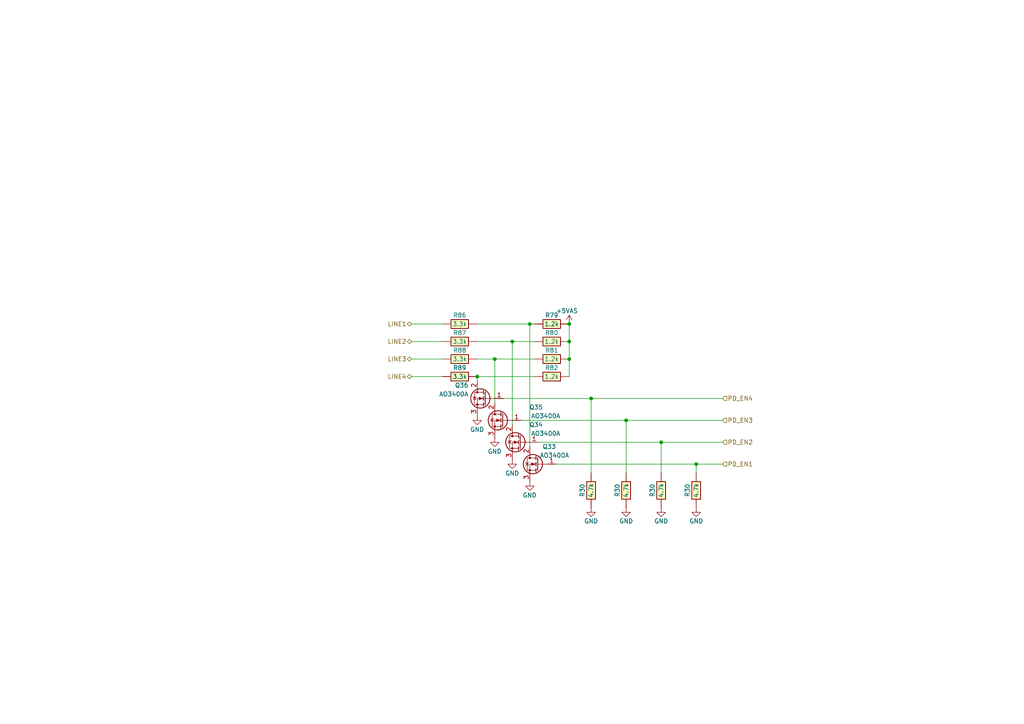
<source format=kicad_sch>
(kicad_sch (version 20230121) (generator eeschema)
  (paper "A4")
  (lib_symbols
    (symbol "alphax:+5VAS" (power) (pin_names (offset 0))
      (property "Value" "+5VAS" (at 2.8912 2.1493 90))
      (symbol "+5VAS_0_1"
        (polyline (pts (xy -0.762 1.27) (xy 0 2.54)))
        (polyline (pts (xy 0 0) (xy 0 2.54)))
        (polyline (pts (xy 0 2.54) (xy 0.762 1.27)))
      )
      (symbol "+5VAS_1_1"
        (pin power_in line (at 0 0 90) (length 0) hide (name "+5VAS") (number "1"))
      )
    )
    (symbol "hellen-one-common:MOSFET-N" (pin_names hide)
      (property "Reference" "Q" (at 5.08 6.35 0))
      (property "Value" "MOSFET-N" (at 2.54 3.81 0))
      (symbol "MOSFET-N_0_1"
        (polyline (pts (xy 0.254 0) (xy -2.54 0)))
        (polyline (pts (xy 0.254 1.905) (xy 0.254 -1.905)) (stroke (width 0.254)))
        (polyline (pts (xy 0.762 -1.27) (xy 0.762 -2.286)) (stroke (width 0.254)))
        (polyline (pts (xy 0.762 0.508) (xy 0.762 -0.508)) (stroke (width 0.254)))
        (polyline (pts (xy 0.762 2.286) (xy 0.762 1.27)) (stroke (width 0.254)))
        (polyline (pts (xy 2.54 2.54) (xy 2.54 1.778)))
        (polyline (pts (xy 2.54 -2.54) (xy 2.54 0) (xy 0.762 0)))
        (polyline (pts (xy 0.762 -1.778) (xy 3.302 -1.778) (xy 3.302 1.778) (xy 0.762 1.778)))
        (polyline (pts (xy 1.016 0) (xy 2.032 0.381) (xy 2.032 -0.381) (xy 1.016 0)) (fill (type outline)))
        (polyline (pts (xy 2.794 0.508) (xy 2.921 0.381) (xy 3.683 0.381) (xy 3.81 0.254)))
        (polyline (pts (xy 3.302 0.381) (xy 2.921 -0.254) (xy 3.683 -0.254) (xy 3.302 0.381)))
        (circle (center 1.651 0) (radius 2.794) (stroke (width 0.254)))
        (circle (center 2.54 -1.778) (radius 0.254) (fill (type outline)))
        (circle (center 2.54 1.778) (radius 0.254) (fill (type outline)))
      )
      (symbol "MOSFET-N_1_1"
        (pin input line (at -5.08 0 0) (length 2.54) (name "G") (number "1"))
        (pin passive line (at 2.54 5.08 270) (length 2.54) (name "D") (number "2"))
        (pin passive line (at 2.54 -5.08 90) (length 2.54) (name "S") (number "3"))
      )
    )
    (symbol "hellen-one-common:Res" (pin_numbers hide)
      (property "Reference" "R" (at 3.81 2.54 0))
      (property "Value" "Res" (at 5.08 -2.54 0))
      (symbol "Res_1_0"
        (rectangle (start 2.54 -1.27) (end 7.62 1.27) (stroke (width 0.254)) (fill (type background)))
        (pin passive line (at 0 0 0) (length 2.54) (name "") (number "1"))
        (pin passive line (at 10.16 0 180) (length 2.54) (name "") (number "2"))
      )
    )
    (symbol "power:GND" (power) (pin_names (offset 0))
      (property "Value" "GND" (at 0 -3.81 0))
      (symbol "GND_0_1"
        (polyline (pts (xy 0 0) (xy 0 -1.27) (xy 1.27 -1.27) (xy 0 -2.54) (xy -1.27 -1.27) (xy 0 -1.27)))
      )
      (symbol "GND_1_1"
        (pin power_in line (at 0 0 270) (length 0) hide (name "GND") (number "1"))
      )
    )
  )
  (junction (at 165.1 104.14))
  (junction (at 153.67 93.98))
  (junction (at 165.1 93.98))
  (junction (at 165.1 99.06))
  (junction (at 171.45 115.57))
  (junction (at 148.59 99.06))
  (junction (at 138.43 109.22))
  (junction (at 201.93 134.62))
  (junction (at 143.51 104.14))
  (junction (at 191.77 128.27))
  (junction (at 181.61 121.92))
  (wire (pts (xy 154.94 109.22) (xy 138.43 109.22)))
  (wire (pts (xy 181.61 121.92) (xy 209.55 121.92)))
  (wire (pts (xy 148.59 99.06) (xy 148.59 123.19)))
  (wire (pts (xy 154.94 93.98) (xy 153.67 93.98)))
  (wire (pts (xy 148.59 99.06) (xy 138.43 99.06)))
  (wire (pts (xy 156.21 128.27) (xy 191.77 128.27)))
  (wire (pts (xy 153.67 93.98) (xy 138.43 93.98)))
  (wire (pts (xy 151.13 121.92) (xy 181.61 121.92)))
  (wire (pts (xy 154.94 104.14) (xy 143.51 104.14)))
  (wire (pts (xy 201.93 134.62) (xy 209.55 134.62)))
  (wire (pts (xy 128.27 109.22) (xy 119.38 109.22)))
  (wire (pts (xy 165.1 93.98) (xy 165.1 99.06)))
  (wire (pts (xy 128.27 99.06) (xy 119.38 99.06)))
  (wire (pts (xy 165.1 99.06) (xy 165.1 104.14)))
  (wire (pts (xy 128.27 93.98) (xy 119.38 93.98)))
  (wire (pts (xy 146.05 115.57) (xy 171.45 115.57)))
  (wire (pts (xy 128.27 104.14) (xy 119.38 104.14)))
  (wire (pts (xy 143.51 104.14) (xy 143.51 116.84)))
  (wire (pts (xy 201.93 134.62) (xy 201.93 137.16)))
  (wire (pts (xy 138.43 109.22) (xy 138.43 110.49)))
  (wire (pts (xy 161.29 134.62) (xy 201.93 134.62)))
  (wire (pts (xy 181.61 121.92) (xy 181.61 137.16)))
  (wire (pts (xy 154.94 99.06) (xy 148.59 99.06)))
  (wire (pts (xy 143.51 104.14) (xy 138.43 104.14)))
  (wire (pts (xy 171.45 137.16) (xy 171.45 115.57)))
  (wire (pts (xy 153.67 93.98) (xy 153.67 129.54)))
  (wire (pts (xy 191.77 128.27) (xy 191.77 137.16)))
  (wire (pts (xy 171.45 115.57) (xy 209.55 115.57)))
  (wire (pts (xy 191.77 128.27) (xy 209.55 128.27)))
  (wire (pts (xy 165.1 104.14) (xy 165.1 109.22)))
  (hierarchical_label "PD_EN2" (shape input) (at 209.55 128.27 0))
  (hierarchical_label "PD_EN1" (shape input) (at 209.55 134.62 0))
  (hierarchical_label "PD_EN4" (shape input) (at 209.55 115.57 0))
  (hierarchical_label "LINE4" (shape bidirectional) (at 119.38 109.22 180))
  (hierarchical_label "LINE1" (shape bidirectional) (at 119.38 93.98 180))
  (hierarchical_label "PD_EN3" (shape input) (at 209.55 121.92 0))
  (hierarchical_label "LINE2" (shape bidirectional) (at 119.38 99.06 180))
  (hierarchical_label "LINE3" (shape bidirectional) (at 119.38 104.14 180))
  (symbol (lib_id "hellen-one-common:Res") (at 154.94 93.98 0) (mirror x) (unit 1)
    (property "Reference" "R79" (at 160.02 91.44 0))
    (property "Value" "1.2k" (at 160.02 93.98 0))
    (property "Footprint" "hellen-one-common:R0603" (effects hide))
    (property "LCSC" "C22765" (effects hide))
    (instances (project "alphax_4ch" (path "" (reference "R79") (unit 1)) (path "" (reference "R28") (unit 1))))
  )
  (symbol (lib_id "power:GND") (at 143.51 127 0) (mirror y) (unit 1)
    (property "Reference" "#PWR0134" (effects hide))
    (property "Value" "GND" (at 143.4592 130.9434 0))
    (instances (project "alphax_4ch" (path "" (reference "#PWR0134") (unit 1)) (path "" (reference "#PWR0153") (unit 1))))
  )
  (symbol (lib_id "hellen-one-common:Res") (at 171.45 137.16 270) (unit 1)
    (property "Reference" "R30" (at 168.91 142.24 0))
    (property "Value" "4.7k" (at 171.45 142.24 0))
    (property "Footprint" "hellen-one-common:R0603" (effects hide))
    (property "LCSC" "C23162" (effects hide))
    (instances (project "alphax_4ch" (path "" (reference "R30") (unit 1)) (path "" (reference "R101") (unit 1)) (path "" (reference "R105") (unit 1)) (path "" (reference "R109") (unit 1)) (path "" (reference "R27") (unit 1))))
  )
  (symbol (lib_id "hellen-one-common:MOSFET-N") (at 151.13 128.27 0) (mirror y) (unit 1)
    (property "Reference" "Q34" (at 157.48 123.19 0) (effects (justify left)))
    (property "Value" "AO3400A" (at 162.56 125.73 0) (effects (justify left)))
    (property "Footprint" "hellen-one-common:SOT-23" (effects hide))
    (property "LCSC" " C20917" (effects hide))
    (instances (project "alphax_4ch" (path "" (reference "Q34") (unit 1)) (path "" (reference "Q9") (unit 1))))
  )
  (symbol (lib_id "hellen-one-common:Res") (at 128.27 93.98 0) (mirror x) (unit 1)
    (property "Reference" "R86" (at 133.35 91.44 0))
    (property "Value" "3.3k" (at 133.35 93.98 0))
    (property "Footprint" "hellen-one-common:R0603" (effects hide))
    (property "LCSC" "C22978" (effects hide))
    (instances (project "alphax_4ch" (path "" (reference "R86") (unit 1)) (path "" (reference "R81") (unit 1))))
  )
  (symbol (lib_id "hellen-one-common:MOSFET-N") (at 156.21 134.62 0) (mirror y) (unit 1)
    (property "Reference" "Q33" (at 161.29 129.54 0) (effects (justify left)))
    (property "Value" "AO3400A" (at 165.1 132.08 0) (effects (justify left)))
    (property "Footprint" "hellen-one-common:SOT-23" (effects hide))
    (property "LCSC" " C20917" (effects hide))
    (instances (project "alphax_4ch" (path "" (reference "Q33") (unit 1)) (path "" (reference "Q8") (unit 1))))
  )
  (symbol (lib_id "hellen-one-common:MOSFET-N") (at 140.97 115.57 0) (mirror y) (unit 1)
    (property "Reference" "Q36" (at 135.89 111.76 0) (effects (justify left)))
    (property "Value" "AO3400A" (at 135.89 114.3 0) (effects (justify left)))
    (property "Footprint" "hellen-one-common:SOT-23" (effects hide))
    (property "LCSC" " C20917" (effects hide))
    (instances (project "alphax_4ch" (path "" (reference "Q36") (unit 1)) (path "" (reference "Q23") (unit 1))))
  )
  (symbol (lib_id "hellen-one-common:Res") (at 154.94 99.06 0) (mirror x) (unit 1)
    (property "Reference" "R80" (at 160.02 96.52 0))
    (property "Value" "1.2k" (at 160.02 99.06 0))
    (property "Footprint" "hellen-one-common:R0603" (effects hide))
    (property "LCSC" "C22765" (effects hide))
    (instances (project "alphax_4ch" (path "" (reference "R80") (unit 1)) (path "" (reference "R78") (unit 1))))
  )
  (symbol (lib_id "hellen-one-common:Res") (at 201.93 137.16 270) (unit 1)
    (property "Reference" "R30" (at 199.39 142.24 0))
    (property "Value" "4.7k" (at 201.93 142.24 0))
    (property "Footprint" "hellen-one-common:R0603" (effects hide))
    (property "LCSC" "C23162" (effects hide))
    (instances (project "alphax_4ch" (path "" (reference "R30") (unit 1)) (path "" (reference "R101") (unit 1)) (path "" (reference "R105") (unit 1)) (path "" (reference "R109") (unit 1)) (path "" (reference "R88") (unit 1))))
  )
  (symbol (lib_id "power:GND") (at 138.43 120.65 0) (mirror y) (unit 1)
    (property "Reference" "#PWR0138" (effects hide))
    (property "Value" "GND" (at 138.3792 124.5934 0))
    (instances (project "alphax_4ch" (path "" (reference "#PWR0138") (unit 1)) (path "" (reference "#PWR0152") (unit 1))))
  )
  (symbol (lib_id "power:GND") (at 148.59 133.35 0) (mirror y) (unit 1)
    (property "Reference" "#PWR0137" (effects hide))
    (property "Value" "GND" (at 148.5392 137.2934 0))
    (instances (project "alphax_4ch" (path "" (reference "#PWR0137") (unit 1)) (path "" (reference "#PWR0154") (unit 1))))
  )
  (symbol (lib_id "power:GND") (at 153.67 139.7 0) (mirror y) (unit 1)
    (property "Reference" "#PWR0136" (effects hide))
    (property "Value" "GND" (at 153.6192 143.6434 0))
    (instances (project "alphax_4ch" (path "" (reference "#PWR0136") (unit 1)) (path "" (reference "#PWR0155") (unit 1))))
  )
  (symbol (lib_id "hellen-one-common:Res") (at 154.94 104.14 0) (mirror x) (unit 1)
    (property "Reference" "R81" (at 160.02 101.6 0))
    (property "Value" "1.2k" (at 160.02 104.14 0))
    (property "Footprint" "hellen-one-common:R0603" (effects hide))
    (property "LCSC" "C22765" (effects hide))
    (instances (project "alphax_4ch" (path "" (reference "R81") (unit 1)) (path "" (reference "R79") (unit 1))))
  )
  (symbol (lib_id "power:GND") (at 201.93 147.32 0) (mirror y) (unit 1)
    (property "Reference" "#PWR035" (effects hide))
    (property "Value" "GND" (at 201.93 151.13 0))
    (instances (project "alphax_4ch" (path "" (reference "#PWR035") (unit 1)) (path "" (reference "#PWR071") (unit 1)) (path "" (reference "#PWR0143") (unit 1)) (path "" (reference "#PWR0205") (unit 1)) (path "" (reference "#PWR0159") (unit 1))))
  )
  (symbol (lib_id "hellen-one-common:Res") (at 154.94 109.22 0) (mirror x) (unit 1)
    (property "Reference" "R82" (at 160.02 106.68 0))
    (property "Value" "1.2k" (at 160.02 109.22 0))
    (property "Footprint" "hellen-one-common:R0603" (effects hide))
    (property "LCSC" "C22765" (effects hide))
    (instances (project "alphax_4ch" (path "" (reference "R82") (unit 1)) (path "" (reference "R80") (unit 1))))
  )
  (symbol (lib_id "alphax:+5VAS") (at 165.1 93.98 0) (mirror y) (unit 1)
    (property "Reference" "#PWR0132" (effects hide))
    (property "Value" "+5VAS" (at 167.64 90.17 0) (effects (justify left)))
    (instances (project "alphax_4ch" (path "" (reference "#PWR0132") (unit 1)) (path "" (reference "#PWR045") (unit 1))))
  )
  (symbol (lib_id "hellen-one-common:Res") (at 128.27 104.14 0) (mirror x) (unit 1)
    (property "Reference" "R88" (at 133.35 101.6 0))
    (property "Value" "3.3k" (at 133.35 104.14 0))
    (property "Footprint" "hellen-one-common:R0603" (effects hide))
    (property "LCSC" "C22978" (effects hide))
    (instances (project "alphax_4ch" (path "" (reference "R88") (unit 1)) (path "" (reference "R83") (unit 1))))
  )
  (symbol (lib_id "hellen-one-common:Res") (at 128.27 99.06 0) (mirror x) (unit 1)
    (property "Reference" "R87" (at 133.35 96.52 0))
    (property "Value" "3.3k" (at 133.35 99.06 0))
    (property "Footprint" "hellen-one-common:R0603" (effects hide))
    (property "LCSC" "C22978" (effects hide))
    (instances (project "alphax_4ch" (path "" (reference "R87") (unit 1)) (path "" (reference "R82") (unit 1))))
  )
  (symbol (lib_id "hellen-one-common:Res") (at 191.77 137.16 270) (unit 1)
    (property "Reference" "R30" (at 189.23 142.24 0))
    (property "Value" "4.7k" (at 191.77 142.24 0))
    (property "Footprint" "hellen-one-common:R0603" (effects hide))
    (property "LCSC" "C23162" (effects hide))
    (instances (project "alphax_4ch" (path "" (reference "R30") (unit 1)) (path "" (reference "R101") (unit 1)) (path "" (reference "R105") (unit 1)) (path "" (reference "R109") (unit 1)) (path "" (reference "R87") (unit 1))))
  )
  (symbol (lib_id "hellen-one-common:Res") (at 181.61 137.16 270) (unit 1)
    (property "Reference" "R30" (at 179.07 142.24 0))
    (property "Value" "4.7k" (at 181.61 142.24 0))
    (property "Footprint" "hellen-one-common:R0603" (effects hide))
    (property "LCSC" "C23162" (effects hide))
    (instances (project "alphax_4ch" (path "" (reference "R30") (unit 1)) (path "" (reference "R101") (unit 1)) (path "" (reference "R105") (unit 1)) (path "" (reference "R109") (unit 1)) (path "" (reference "R86") (unit 1))))
  )
  (symbol (lib_id "power:GND") (at 191.77 147.32 0) (mirror y) (unit 1)
    (property "Reference" "#PWR035" (effects hide))
    (property "Value" "GND" (at 191.77 151.13 0))
    (instances (project "alphax_4ch" (path "" (reference "#PWR035") (unit 1)) (path "" (reference "#PWR071") (unit 1)) (path "" (reference "#PWR0143") (unit 1)) (path "" (reference "#PWR0205") (unit 1)) (path "" (reference "#PWR0158") (unit 1))))
  )
  (symbol (lib_id "hellen-one-common:MOSFET-N") (at 146.05 121.92 0) (mirror y) (unit 1)
    (property "Reference" "Q35" (at 157.48 118.11 0) (effects (justify left)))
    (property "Value" "AO3400A" (at 162.56 120.65 0) (effects (justify left)))
    (property "Footprint" "hellen-one-common:SOT-23" (effects hide))
    (property "LCSC" " C20917" (effects hide))
    (instances (project "alphax_4ch" (path "" (reference "Q35") (unit 1)) (path "" (reference "Q22") (unit 1))))
  )
  (symbol (lib_id "power:GND") (at 171.45 147.32 0) (mirror y) (unit 1)
    (property "Reference" "#PWR035" (effects hide))
    (property "Value" "GND" (at 171.45 151.13 0))
    (instances (project "alphax_4ch" (path "" (reference "#PWR035") (unit 1)) (path "" (reference "#PWR071") (unit 1)) (path "" (reference "#PWR0143") (unit 1)) (path "" (reference "#PWR0205") (unit 1)) (path "" (reference "#PWR0156") (unit 1))))
  )
  (symbol (lib_id "hellen-one-common:Res") (at 128.27 109.22 0) (mirror x) (unit 1)
    (property "Reference" "R89" (at 133.35 106.68 0))
    (property "Value" "3.3k" (at 133.35 109.22 0))
    (property "Footprint" "hellen-one-common:R0603" (effects hide))
    (property "LCSC" "C22978" (effects hide))
    (instances (project "alphax_4ch" (path "" (reference "R89") (unit 1)) (path "" (reference "R84") (unit 1))))
  )
  (symbol (lib_id "power:GND") (at 181.61 147.32 0) (mirror y) (unit 1)
    (property "Reference" "#PWR035" (effects hide))
    (property "Value" "GND" (at 181.61 151.13 0))
    (instances (project "alphax_4ch" (path "" (reference "#PWR035") (unit 1)) (path "" (reference "#PWR071") (unit 1)) (path "" (reference "#PWR0143") (unit 1)) (path "" (reference "#PWR0205") (unit 1)) (path "" (reference "#PWR0157") (unit 1))))
  )
)
</source>
